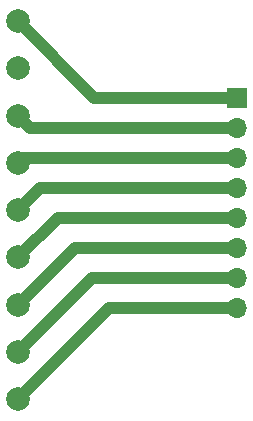
<source format=gbr>
G04 #@! TF.GenerationSoftware,KiCad,Pcbnew,8.0.2*
G04 #@! TF.CreationDate,2024-05-26T13:34:56+02:00*
G04 #@! TF.ProjectId,Playstation 2 breakout 90 degree,506c6179-7374-4617-9469-6f6e20322062,rev?*
G04 #@! TF.SameCoordinates,Original*
G04 #@! TF.FileFunction,Copper,L1,Top*
G04 #@! TF.FilePolarity,Positive*
%FSLAX46Y46*%
G04 Gerber Fmt 4.6, Leading zero omitted, Abs format (unit mm)*
G04 Created by KiCad (PCBNEW 8.0.2) date 2024-05-26 13:34:56*
%MOMM*%
%LPD*%
G01*
G04 APERTURE LIST*
G04 #@! TA.AperFunction,ComponentPad*
%ADD10C,2.000000*%
G04 #@! TD*
G04 #@! TA.AperFunction,ComponentPad*
%ADD11R,1.700000X1.700000*%
G04 #@! TD*
G04 #@! TA.AperFunction,ComponentPad*
%ADD12O,1.700000X1.700000*%
G04 #@! TD*
G04 #@! TA.AperFunction,Conductor*
%ADD13C,1.000000*%
G04 #@! TD*
G04 APERTURE END LIST*
D10*
X156462000Y-77367625D03*
X156462000Y-93367625D03*
X156462000Y-97367625D03*
X156462000Y-89367625D03*
X156462000Y-85367625D03*
X156462000Y-65367625D03*
X156462000Y-69367625D03*
X156462000Y-81367625D03*
X156462000Y-73367625D03*
D11*
X175004000Y-71831000D03*
D12*
X175004000Y-74371000D03*
X175004000Y-76911000D03*
X175004000Y-79451000D03*
X175004000Y-81991000D03*
X175004000Y-84531000D03*
X175004000Y-87071000D03*
X175004000Y-89611000D03*
D13*
X157465375Y-74371000D02*
X156462000Y-73367625D01*
X175004000Y-79451000D02*
X158378625Y-79451000D01*
X175004000Y-81991000D02*
X159838625Y-81991000D01*
X175004000Y-74371000D02*
X157465375Y-74371000D01*
X175004000Y-89611000D02*
X164218625Y-89611000D01*
X164218625Y-89611000D02*
X156462000Y-97367625D01*
X158378625Y-79451000D02*
X156462000Y-81367625D01*
X162758625Y-87071000D02*
X156462000Y-93367625D01*
X162925375Y-71831000D02*
X156462000Y-65367625D01*
X161298625Y-84531000D02*
X156462000Y-89367625D01*
X159838625Y-81991000D02*
X156462000Y-85367625D01*
X156918625Y-76911000D02*
X156462000Y-77367625D01*
X175004000Y-71831000D02*
X162925375Y-71831000D01*
X175004000Y-87071000D02*
X162758625Y-87071000D01*
X175004000Y-76911000D02*
X156918625Y-76911000D01*
X175004000Y-84531000D02*
X161298625Y-84531000D01*
M02*

</source>
